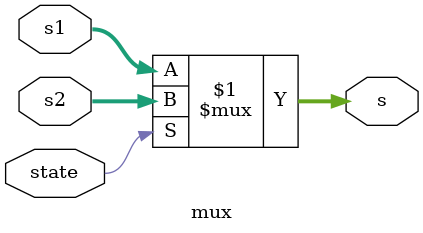
<source format=sv>
module mux(
	input logic [3:0] s1, s2, 
	input logic state,
	output logic [3:0] s
);
	assign s = state ? s2 : s1;
endmodule
</source>
